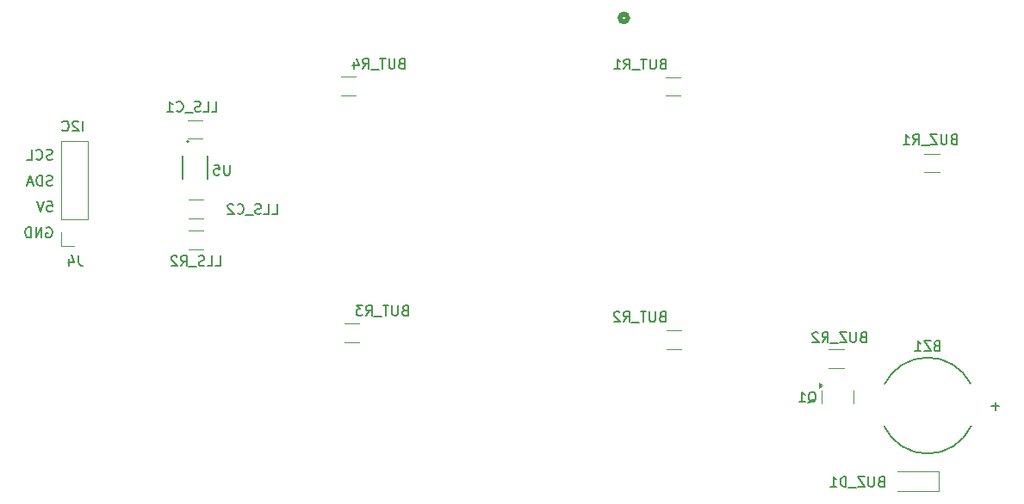
<source format=gbr>
%TF.GenerationSoftware,KiCad,Pcbnew,8.0.6*%
%TF.CreationDate,2025-07-22T18:05:31-04:00*%
%TF.ProjectId,receiver,72656365-6976-4657-922e-6b696361645f,rev?*%
%TF.SameCoordinates,Original*%
%TF.FileFunction,Legend,Bot*%
%TF.FilePolarity,Positive*%
%FSLAX46Y46*%
G04 Gerber Fmt 4.6, Leading zero omitted, Abs format (unit mm)*
G04 Created by KiCad (PCBNEW 8.0.6) date 2025-07-22 18:05:31*
%MOMM*%
%LPD*%
G01*
G04 APERTURE LIST*
%ADD10C,0.153000*%
%ADD11C,0.150000*%
%ADD12C,0.120000*%
%ADD13C,0.127000*%
%ADD14C,0.200000*%
%ADD15C,0.508000*%
G04 APERTURE END LIST*
D10*
X110098491Y-115412725D02*
X109955634Y-115460344D01*
X109955634Y-115460344D02*
X109717539Y-115460344D01*
X109717539Y-115460344D02*
X109622301Y-115412725D01*
X109622301Y-115412725D02*
X109574682Y-115365105D01*
X109574682Y-115365105D02*
X109527063Y-115269867D01*
X109527063Y-115269867D02*
X109527063Y-115174629D01*
X109527063Y-115174629D02*
X109574682Y-115079391D01*
X109574682Y-115079391D02*
X109622301Y-115031772D01*
X109622301Y-115031772D02*
X109717539Y-114984153D01*
X109717539Y-114984153D02*
X109908015Y-114936534D01*
X109908015Y-114936534D02*
X110003253Y-114888915D01*
X110003253Y-114888915D02*
X110050872Y-114841296D01*
X110050872Y-114841296D02*
X110098491Y-114746058D01*
X110098491Y-114746058D02*
X110098491Y-114650820D01*
X110098491Y-114650820D02*
X110050872Y-114555582D01*
X110050872Y-114555582D02*
X110003253Y-114507963D01*
X110003253Y-114507963D02*
X109908015Y-114460344D01*
X109908015Y-114460344D02*
X109669920Y-114460344D01*
X109669920Y-114460344D02*
X109527063Y-114507963D01*
X108527063Y-115365105D02*
X108574682Y-115412725D01*
X108574682Y-115412725D02*
X108717539Y-115460344D01*
X108717539Y-115460344D02*
X108812777Y-115460344D01*
X108812777Y-115460344D02*
X108955634Y-115412725D01*
X108955634Y-115412725D02*
X109050872Y-115317486D01*
X109050872Y-115317486D02*
X109098491Y-115222248D01*
X109098491Y-115222248D02*
X109146110Y-115031772D01*
X109146110Y-115031772D02*
X109146110Y-114888915D01*
X109146110Y-114888915D02*
X109098491Y-114698439D01*
X109098491Y-114698439D02*
X109050872Y-114603201D01*
X109050872Y-114603201D02*
X108955634Y-114507963D01*
X108955634Y-114507963D02*
X108812777Y-114460344D01*
X108812777Y-114460344D02*
X108717539Y-114460344D01*
X108717539Y-114460344D02*
X108574682Y-114507963D01*
X108574682Y-114507963D02*
X108527063Y-114555582D01*
X107622301Y-115460344D02*
X108098491Y-115460344D01*
X108098491Y-115460344D02*
X108098491Y-114460344D01*
X113092738Y-112645530D02*
X113092738Y-111645530D01*
X112664167Y-111740768D02*
X112616548Y-111693149D01*
X112616548Y-111693149D02*
X112521310Y-111645530D01*
X112521310Y-111645530D02*
X112283215Y-111645530D01*
X112283215Y-111645530D02*
X112187977Y-111693149D01*
X112187977Y-111693149D02*
X112140358Y-111740768D01*
X112140358Y-111740768D02*
X112092739Y-111836006D01*
X112092739Y-111836006D02*
X112092739Y-111931244D01*
X112092739Y-111931244D02*
X112140358Y-112074101D01*
X112140358Y-112074101D02*
X112711786Y-112645530D01*
X112711786Y-112645530D02*
X112092739Y-112645530D01*
X111092739Y-112550291D02*
X111140358Y-112597911D01*
X111140358Y-112597911D02*
X111283215Y-112645530D01*
X111283215Y-112645530D02*
X111378453Y-112645530D01*
X111378453Y-112645530D02*
X111521310Y-112597911D01*
X111521310Y-112597911D02*
X111616548Y-112502672D01*
X111616548Y-112502672D02*
X111664167Y-112407434D01*
X111664167Y-112407434D02*
X111711786Y-112216958D01*
X111711786Y-112216958D02*
X111711786Y-112074101D01*
X111711786Y-112074101D02*
X111664167Y-111883625D01*
X111664167Y-111883625D02*
X111616548Y-111788387D01*
X111616548Y-111788387D02*
X111521310Y-111693149D01*
X111521310Y-111693149D02*
X111378453Y-111645530D01*
X111378453Y-111645530D02*
X111283215Y-111645530D01*
X111283215Y-111645530D02*
X111140358Y-111693149D01*
X111140358Y-111693149D02*
X111092739Y-111740768D01*
X109527063Y-122162617D02*
X109622301Y-122114998D01*
X109622301Y-122114998D02*
X109765158Y-122114998D01*
X109765158Y-122114998D02*
X109908015Y-122162617D01*
X109908015Y-122162617D02*
X110003253Y-122257855D01*
X110003253Y-122257855D02*
X110050872Y-122353093D01*
X110050872Y-122353093D02*
X110098491Y-122543569D01*
X110098491Y-122543569D02*
X110098491Y-122686426D01*
X110098491Y-122686426D02*
X110050872Y-122876902D01*
X110050872Y-122876902D02*
X110003253Y-122972140D01*
X110003253Y-122972140D02*
X109908015Y-123067379D01*
X109908015Y-123067379D02*
X109765158Y-123114998D01*
X109765158Y-123114998D02*
X109669920Y-123114998D01*
X109669920Y-123114998D02*
X109527063Y-123067379D01*
X109527063Y-123067379D02*
X109479444Y-123019759D01*
X109479444Y-123019759D02*
X109479444Y-122686426D01*
X109479444Y-122686426D02*
X109669920Y-122686426D01*
X109050872Y-123114998D02*
X109050872Y-122114998D01*
X109050872Y-122114998D02*
X108479444Y-123114998D01*
X108479444Y-123114998D02*
X108479444Y-122114998D01*
X108003253Y-123114998D02*
X108003253Y-122114998D01*
X108003253Y-122114998D02*
X107765158Y-122114998D01*
X107765158Y-122114998D02*
X107622301Y-122162617D01*
X107622301Y-122162617D02*
X107527063Y-122257855D01*
X107527063Y-122257855D02*
X107479444Y-122353093D01*
X107479444Y-122353093D02*
X107431825Y-122543569D01*
X107431825Y-122543569D02*
X107431825Y-122686426D01*
X107431825Y-122686426D02*
X107479444Y-122876902D01*
X107479444Y-122876902D02*
X107527063Y-122972140D01*
X107527063Y-122972140D02*
X107622301Y-123067379D01*
X107622301Y-123067379D02*
X107765158Y-123114998D01*
X107765158Y-123114998D02*
X108003253Y-123114998D01*
X110098491Y-117964276D02*
X109955634Y-118011895D01*
X109955634Y-118011895D02*
X109717539Y-118011895D01*
X109717539Y-118011895D02*
X109622301Y-117964276D01*
X109622301Y-117964276D02*
X109574682Y-117916656D01*
X109574682Y-117916656D02*
X109527063Y-117821418D01*
X109527063Y-117821418D02*
X109527063Y-117726180D01*
X109527063Y-117726180D02*
X109574682Y-117630942D01*
X109574682Y-117630942D02*
X109622301Y-117583323D01*
X109622301Y-117583323D02*
X109717539Y-117535704D01*
X109717539Y-117535704D02*
X109908015Y-117488085D01*
X109908015Y-117488085D02*
X110003253Y-117440466D01*
X110003253Y-117440466D02*
X110050872Y-117392847D01*
X110050872Y-117392847D02*
X110098491Y-117297609D01*
X110098491Y-117297609D02*
X110098491Y-117202371D01*
X110098491Y-117202371D02*
X110050872Y-117107133D01*
X110050872Y-117107133D02*
X110003253Y-117059514D01*
X110003253Y-117059514D02*
X109908015Y-117011895D01*
X109908015Y-117011895D02*
X109669920Y-117011895D01*
X109669920Y-117011895D02*
X109527063Y-117059514D01*
X109098491Y-118011895D02*
X109098491Y-117011895D01*
X109098491Y-117011895D02*
X108860396Y-117011895D01*
X108860396Y-117011895D02*
X108717539Y-117059514D01*
X108717539Y-117059514D02*
X108622301Y-117154752D01*
X108622301Y-117154752D02*
X108574682Y-117249990D01*
X108574682Y-117249990D02*
X108527063Y-117440466D01*
X108527063Y-117440466D02*
X108527063Y-117583323D01*
X108527063Y-117583323D02*
X108574682Y-117773799D01*
X108574682Y-117773799D02*
X108622301Y-117869037D01*
X108622301Y-117869037D02*
X108717539Y-117964276D01*
X108717539Y-117964276D02*
X108860396Y-118011895D01*
X108860396Y-118011895D02*
X109098491Y-118011895D01*
X108146110Y-117726180D02*
X107669920Y-117726180D01*
X108241348Y-118011895D02*
X107908015Y-117011895D01*
X107908015Y-117011895D02*
X107574682Y-118011895D01*
X109574682Y-119563446D02*
X110050872Y-119563446D01*
X110050872Y-119563446D02*
X110098491Y-120039636D01*
X110098491Y-120039636D02*
X110050872Y-119992017D01*
X110050872Y-119992017D02*
X109955634Y-119944398D01*
X109955634Y-119944398D02*
X109717539Y-119944398D01*
X109717539Y-119944398D02*
X109622301Y-119992017D01*
X109622301Y-119992017D02*
X109574682Y-120039636D01*
X109574682Y-120039636D02*
X109527063Y-120134874D01*
X109527063Y-120134874D02*
X109527063Y-120372969D01*
X109527063Y-120372969D02*
X109574682Y-120468207D01*
X109574682Y-120468207D02*
X109622301Y-120515827D01*
X109622301Y-120515827D02*
X109717539Y-120563446D01*
X109717539Y-120563446D02*
X109955634Y-120563446D01*
X109955634Y-120563446D02*
X110050872Y-120515827D01*
X110050872Y-120515827D02*
X110098491Y-120468207D01*
X109241348Y-119563446D02*
X108908015Y-120563446D01*
X108908015Y-120563446D02*
X108574682Y-119563446D01*
X189782905Y-132898108D02*
X189640048Y-132945727D01*
X189640048Y-132945727D02*
X189592429Y-132993346D01*
X189592429Y-132993346D02*
X189544810Y-133088584D01*
X189544810Y-133088584D02*
X189544810Y-133231441D01*
X189544810Y-133231441D02*
X189592429Y-133326679D01*
X189592429Y-133326679D02*
X189640048Y-133374299D01*
X189640048Y-133374299D02*
X189735286Y-133421918D01*
X189735286Y-133421918D02*
X190116238Y-133421918D01*
X190116238Y-133421918D02*
X190116238Y-132421918D01*
X190116238Y-132421918D02*
X189782905Y-132421918D01*
X189782905Y-132421918D02*
X189687667Y-132469537D01*
X189687667Y-132469537D02*
X189640048Y-132517156D01*
X189640048Y-132517156D02*
X189592429Y-132612394D01*
X189592429Y-132612394D02*
X189592429Y-132707632D01*
X189592429Y-132707632D02*
X189640048Y-132802870D01*
X189640048Y-132802870D02*
X189687667Y-132850489D01*
X189687667Y-132850489D02*
X189782905Y-132898108D01*
X189782905Y-132898108D02*
X190116238Y-132898108D01*
X189116238Y-132421918D02*
X189116238Y-133231441D01*
X189116238Y-133231441D02*
X189068619Y-133326679D01*
X189068619Y-133326679D02*
X189021000Y-133374299D01*
X189021000Y-133374299D02*
X188925762Y-133421918D01*
X188925762Y-133421918D02*
X188735286Y-133421918D01*
X188735286Y-133421918D02*
X188640048Y-133374299D01*
X188640048Y-133374299D02*
X188592429Y-133326679D01*
X188592429Y-133326679D02*
X188544810Y-133231441D01*
X188544810Y-133231441D02*
X188544810Y-132421918D01*
X188163857Y-132421918D02*
X187497191Y-132421918D01*
X187497191Y-132421918D02*
X188163857Y-133421918D01*
X188163857Y-133421918D02*
X187497191Y-133421918D01*
X187354334Y-133517156D02*
X186592429Y-133517156D01*
X185782905Y-133421918D02*
X186116238Y-132945727D01*
X186354333Y-133421918D02*
X186354333Y-132421918D01*
X186354333Y-132421918D02*
X185973381Y-132421918D01*
X185973381Y-132421918D02*
X185878143Y-132469537D01*
X185878143Y-132469537D02*
X185830524Y-132517156D01*
X185830524Y-132517156D02*
X185782905Y-132612394D01*
X185782905Y-132612394D02*
X185782905Y-132755251D01*
X185782905Y-132755251D02*
X185830524Y-132850489D01*
X185830524Y-132850489D02*
X185878143Y-132898108D01*
X185878143Y-132898108D02*
X185973381Y-132945727D01*
X185973381Y-132945727D02*
X186354333Y-132945727D01*
X185401952Y-132517156D02*
X185354333Y-132469537D01*
X185354333Y-132469537D02*
X185259095Y-132421918D01*
X185259095Y-132421918D02*
X185021000Y-132421918D01*
X185021000Y-132421918D02*
X184925762Y-132469537D01*
X184925762Y-132469537D02*
X184878143Y-132517156D01*
X184878143Y-132517156D02*
X184830524Y-132612394D01*
X184830524Y-132612394D02*
X184830524Y-132707632D01*
X184830524Y-132707632D02*
X184878143Y-132850489D01*
X184878143Y-132850489D02*
X185449571Y-133421918D01*
X185449571Y-133421918D02*
X184830524Y-133421918D01*
X184415784Y-139404544D02*
X184511022Y-139356925D01*
X184511022Y-139356925D02*
X184606260Y-139261687D01*
X184606260Y-139261687D02*
X184749117Y-139118829D01*
X184749117Y-139118829D02*
X184844355Y-139071210D01*
X184844355Y-139071210D02*
X184939593Y-139071210D01*
X184891974Y-139309306D02*
X184987212Y-139261687D01*
X184987212Y-139261687D02*
X185082450Y-139166448D01*
X185082450Y-139166448D02*
X185130069Y-138975972D01*
X185130069Y-138975972D02*
X185130069Y-138642639D01*
X185130069Y-138642639D02*
X185082450Y-138452163D01*
X185082450Y-138452163D02*
X184987212Y-138356925D01*
X184987212Y-138356925D02*
X184891974Y-138309306D01*
X184891974Y-138309306D02*
X184701498Y-138309306D01*
X184701498Y-138309306D02*
X184606260Y-138356925D01*
X184606260Y-138356925D02*
X184511022Y-138452163D01*
X184511022Y-138452163D02*
X184463403Y-138642639D01*
X184463403Y-138642639D02*
X184463403Y-138975972D01*
X184463403Y-138975972D02*
X184511022Y-139166448D01*
X184511022Y-139166448D02*
X184606260Y-139261687D01*
X184606260Y-139261687D02*
X184701498Y-139309306D01*
X184701498Y-139309306D02*
X184891974Y-139309306D01*
X183511022Y-139309306D02*
X184082450Y-139309306D01*
X183796736Y-139309306D02*
X183796736Y-138309306D01*
X183796736Y-138309306D02*
X183891974Y-138452163D01*
X183891974Y-138452163D02*
X183987212Y-138547401D01*
X183987212Y-138547401D02*
X184082450Y-138595020D01*
X191560393Y-147129685D02*
X191417536Y-147177304D01*
X191417536Y-147177304D02*
X191369917Y-147224923D01*
X191369917Y-147224923D02*
X191322298Y-147320161D01*
X191322298Y-147320161D02*
X191322298Y-147463018D01*
X191322298Y-147463018D02*
X191369917Y-147558256D01*
X191369917Y-147558256D02*
X191417536Y-147605876D01*
X191417536Y-147605876D02*
X191512774Y-147653495D01*
X191512774Y-147653495D02*
X191893726Y-147653495D01*
X191893726Y-147653495D02*
X191893726Y-146653495D01*
X191893726Y-146653495D02*
X191560393Y-146653495D01*
X191560393Y-146653495D02*
X191465155Y-146701114D01*
X191465155Y-146701114D02*
X191417536Y-146748733D01*
X191417536Y-146748733D02*
X191369917Y-146843971D01*
X191369917Y-146843971D02*
X191369917Y-146939209D01*
X191369917Y-146939209D02*
X191417536Y-147034447D01*
X191417536Y-147034447D02*
X191465155Y-147082066D01*
X191465155Y-147082066D02*
X191560393Y-147129685D01*
X191560393Y-147129685D02*
X191893726Y-147129685D01*
X190893726Y-146653495D02*
X190893726Y-147463018D01*
X190893726Y-147463018D02*
X190846107Y-147558256D01*
X190846107Y-147558256D02*
X190798488Y-147605876D01*
X190798488Y-147605876D02*
X190703250Y-147653495D01*
X190703250Y-147653495D02*
X190512774Y-147653495D01*
X190512774Y-147653495D02*
X190417536Y-147605876D01*
X190417536Y-147605876D02*
X190369917Y-147558256D01*
X190369917Y-147558256D02*
X190322298Y-147463018D01*
X190322298Y-147463018D02*
X190322298Y-146653495D01*
X189941345Y-146653495D02*
X189274679Y-146653495D01*
X189274679Y-146653495D02*
X189941345Y-147653495D01*
X189941345Y-147653495D02*
X189274679Y-147653495D01*
X189131822Y-147748733D02*
X188369917Y-147748733D01*
X188131821Y-147653495D02*
X188131821Y-146653495D01*
X188131821Y-146653495D02*
X187893726Y-146653495D01*
X187893726Y-146653495D02*
X187750869Y-146701114D01*
X187750869Y-146701114D02*
X187655631Y-146796352D01*
X187655631Y-146796352D02*
X187608012Y-146891590D01*
X187608012Y-146891590D02*
X187560393Y-147082066D01*
X187560393Y-147082066D02*
X187560393Y-147224923D01*
X187560393Y-147224923D02*
X187608012Y-147415399D01*
X187608012Y-147415399D02*
X187655631Y-147510637D01*
X187655631Y-147510637D02*
X187750869Y-147605876D01*
X187750869Y-147605876D02*
X187893726Y-147653495D01*
X187893726Y-147653495D02*
X188131821Y-147653495D01*
X186608012Y-147653495D02*
X187179440Y-147653495D01*
X186893726Y-147653495D02*
X186893726Y-146653495D01*
X186893726Y-146653495D02*
X186988964Y-146796352D01*
X186988964Y-146796352D02*
X187084202Y-146891590D01*
X187084202Y-146891590D02*
X187179440Y-146939209D01*
D11*
X112661764Y-124876686D02*
X112661764Y-125590971D01*
X112661764Y-125590971D02*
X112709383Y-125733828D01*
X112709383Y-125733828D02*
X112804621Y-125829067D01*
X112804621Y-125829067D02*
X112947478Y-125876686D01*
X112947478Y-125876686D02*
X113042716Y-125876686D01*
X111757002Y-125210019D02*
X111757002Y-125876686D01*
X111995097Y-124829067D02*
X112233192Y-125543352D01*
X112233192Y-125543352D02*
X111614145Y-125543352D01*
D10*
X170052367Y-130889497D02*
X169909510Y-130937116D01*
X169909510Y-130937116D02*
X169861891Y-130984735D01*
X169861891Y-130984735D02*
X169814272Y-131079973D01*
X169814272Y-131079973D02*
X169814272Y-131222830D01*
X169814272Y-131222830D02*
X169861891Y-131318068D01*
X169861891Y-131318068D02*
X169909510Y-131365688D01*
X169909510Y-131365688D02*
X170004748Y-131413307D01*
X170004748Y-131413307D02*
X170385700Y-131413307D01*
X170385700Y-131413307D02*
X170385700Y-130413307D01*
X170385700Y-130413307D02*
X170052367Y-130413307D01*
X170052367Y-130413307D02*
X169957129Y-130460926D01*
X169957129Y-130460926D02*
X169909510Y-130508545D01*
X169909510Y-130508545D02*
X169861891Y-130603783D01*
X169861891Y-130603783D02*
X169861891Y-130699021D01*
X169861891Y-130699021D02*
X169909510Y-130794259D01*
X169909510Y-130794259D02*
X169957129Y-130841878D01*
X169957129Y-130841878D02*
X170052367Y-130889497D01*
X170052367Y-130889497D02*
X170385700Y-130889497D01*
X169385700Y-130413307D02*
X169385700Y-131222830D01*
X169385700Y-131222830D02*
X169338081Y-131318068D01*
X169338081Y-131318068D02*
X169290462Y-131365688D01*
X169290462Y-131365688D02*
X169195224Y-131413307D01*
X169195224Y-131413307D02*
X169004748Y-131413307D01*
X169004748Y-131413307D02*
X168909510Y-131365688D01*
X168909510Y-131365688D02*
X168861891Y-131318068D01*
X168861891Y-131318068D02*
X168814272Y-131222830D01*
X168814272Y-131222830D02*
X168814272Y-130413307D01*
X168480938Y-130413307D02*
X167909510Y-130413307D01*
X168195224Y-131413307D02*
X168195224Y-130413307D01*
X167814272Y-131508545D02*
X167052367Y-131508545D01*
X166242843Y-131413307D02*
X166576176Y-130937116D01*
X166814271Y-131413307D02*
X166814271Y-130413307D01*
X166814271Y-130413307D02*
X166433319Y-130413307D01*
X166433319Y-130413307D02*
X166338081Y-130460926D01*
X166338081Y-130460926D02*
X166290462Y-130508545D01*
X166290462Y-130508545D02*
X166242843Y-130603783D01*
X166242843Y-130603783D02*
X166242843Y-130746640D01*
X166242843Y-130746640D02*
X166290462Y-130841878D01*
X166290462Y-130841878D02*
X166338081Y-130889497D01*
X166338081Y-130889497D02*
X166433319Y-130937116D01*
X166433319Y-130937116D02*
X166814271Y-130937116D01*
X165861890Y-130508545D02*
X165814271Y-130460926D01*
X165814271Y-130460926D02*
X165719033Y-130413307D01*
X165719033Y-130413307D02*
X165480938Y-130413307D01*
X165480938Y-130413307D02*
X165385700Y-130460926D01*
X165385700Y-130460926D02*
X165338081Y-130508545D01*
X165338081Y-130508545D02*
X165290462Y-130603783D01*
X165290462Y-130603783D02*
X165290462Y-130699021D01*
X165290462Y-130699021D02*
X165338081Y-130841878D01*
X165338081Y-130841878D02*
X165909509Y-131413307D01*
X165909509Y-131413307D02*
X165290462Y-131413307D01*
D11*
X126149952Y-125918134D02*
X126626142Y-125918134D01*
X126626142Y-125918134D02*
X126626142Y-124918134D01*
X125340428Y-125918134D02*
X125816618Y-125918134D01*
X125816618Y-125918134D02*
X125816618Y-124918134D01*
X125054713Y-125870515D02*
X124911856Y-125918134D01*
X124911856Y-125918134D02*
X124673761Y-125918134D01*
X124673761Y-125918134D02*
X124578523Y-125870515D01*
X124578523Y-125870515D02*
X124530904Y-125822895D01*
X124530904Y-125822895D02*
X124483285Y-125727657D01*
X124483285Y-125727657D02*
X124483285Y-125632419D01*
X124483285Y-125632419D02*
X124530904Y-125537181D01*
X124530904Y-125537181D02*
X124578523Y-125489562D01*
X124578523Y-125489562D02*
X124673761Y-125441943D01*
X124673761Y-125441943D02*
X124864237Y-125394324D01*
X124864237Y-125394324D02*
X124959475Y-125346705D01*
X124959475Y-125346705D02*
X125007094Y-125299086D01*
X125007094Y-125299086D02*
X125054713Y-125203848D01*
X125054713Y-125203848D02*
X125054713Y-125108610D01*
X125054713Y-125108610D02*
X125007094Y-125013372D01*
X125007094Y-125013372D02*
X124959475Y-124965753D01*
X124959475Y-124965753D02*
X124864237Y-124918134D01*
X124864237Y-124918134D02*
X124626142Y-124918134D01*
X124626142Y-124918134D02*
X124483285Y-124965753D01*
X124292809Y-126013372D02*
X123530904Y-126013372D01*
X122721380Y-125918134D02*
X123054713Y-125441943D01*
X123292808Y-125918134D02*
X123292808Y-124918134D01*
X123292808Y-124918134D02*
X122911856Y-124918134D01*
X122911856Y-124918134D02*
X122816618Y-124965753D01*
X122816618Y-124965753D02*
X122768999Y-125013372D01*
X122768999Y-125013372D02*
X122721380Y-125108610D01*
X122721380Y-125108610D02*
X122721380Y-125251467D01*
X122721380Y-125251467D02*
X122768999Y-125346705D01*
X122768999Y-125346705D02*
X122816618Y-125394324D01*
X122816618Y-125394324D02*
X122911856Y-125441943D01*
X122911856Y-125441943D02*
X123292808Y-125441943D01*
X122340427Y-125013372D02*
X122292808Y-124965753D01*
X122292808Y-124965753D02*
X122197570Y-124918134D01*
X122197570Y-124918134D02*
X121959475Y-124918134D01*
X121959475Y-124918134D02*
X121864237Y-124965753D01*
X121864237Y-124965753D02*
X121816618Y-125013372D01*
X121816618Y-125013372D02*
X121768999Y-125108610D01*
X121768999Y-125108610D02*
X121768999Y-125203848D01*
X121768999Y-125203848D02*
X121816618Y-125346705D01*
X121816618Y-125346705D02*
X122388046Y-125918134D01*
X122388046Y-125918134D02*
X121768999Y-125918134D01*
X131711973Y-120808835D02*
X132188163Y-120808835D01*
X132188163Y-120808835D02*
X132188163Y-119808835D01*
X130902449Y-120808835D02*
X131378639Y-120808835D01*
X131378639Y-120808835D02*
X131378639Y-119808835D01*
X130616734Y-120761216D02*
X130473877Y-120808835D01*
X130473877Y-120808835D02*
X130235782Y-120808835D01*
X130235782Y-120808835D02*
X130140544Y-120761216D01*
X130140544Y-120761216D02*
X130092925Y-120713596D01*
X130092925Y-120713596D02*
X130045306Y-120618358D01*
X130045306Y-120618358D02*
X130045306Y-120523120D01*
X130045306Y-120523120D02*
X130092925Y-120427882D01*
X130092925Y-120427882D02*
X130140544Y-120380263D01*
X130140544Y-120380263D02*
X130235782Y-120332644D01*
X130235782Y-120332644D02*
X130426258Y-120285025D01*
X130426258Y-120285025D02*
X130521496Y-120237406D01*
X130521496Y-120237406D02*
X130569115Y-120189787D01*
X130569115Y-120189787D02*
X130616734Y-120094549D01*
X130616734Y-120094549D02*
X130616734Y-119999311D01*
X130616734Y-119999311D02*
X130569115Y-119904073D01*
X130569115Y-119904073D02*
X130521496Y-119856454D01*
X130521496Y-119856454D02*
X130426258Y-119808835D01*
X130426258Y-119808835D02*
X130188163Y-119808835D01*
X130188163Y-119808835D02*
X130045306Y-119856454D01*
X129854830Y-120904073D02*
X129092925Y-120904073D01*
X128283401Y-120713596D02*
X128331020Y-120761216D01*
X128331020Y-120761216D02*
X128473877Y-120808835D01*
X128473877Y-120808835D02*
X128569115Y-120808835D01*
X128569115Y-120808835D02*
X128711972Y-120761216D01*
X128711972Y-120761216D02*
X128807210Y-120665977D01*
X128807210Y-120665977D02*
X128854829Y-120570739D01*
X128854829Y-120570739D02*
X128902448Y-120380263D01*
X128902448Y-120380263D02*
X128902448Y-120237406D01*
X128902448Y-120237406D02*
X128854829Y-120046930D01*
X128854829Y-120046930D02*
X128807210Y-119951692D01*
X128807210Y-119951692D02*
X128711972Y-119856454D01*
X128711972Y-119856454D02*
X128569115Y-119808835D01*
X128569115Y-119808835D02*
X128473877Y-119808835D01*
X128473877Y-119808835D02*
X128331020Y-119856454D01*
X128331020Y-119856454D02*
X128283401Y-119904073D01*
X127902448Y-119904073D02*
X127854829Y-119856454D01*
X127854829Y-119856454D02*
X127759591Y-119808835D01*
X127759591Y-119808835D02*
X127521496Y-119808835D01*
X127521496Y-119808835D02*
X127426258Y-119856454D01*
X127426258Y-119856454D02*
X127378639Y-119904073D01*
X127378639Y-119904073D02*
X127331020Y-119999311D01*
X127331020Y-119999311D02*
X127331020Y-120094549D01*
X127331020Y-120094549D02*
X127378639Y-120237406D01*
X127378639Y-120237406D02*
X127950067Y-120808835D01*
X127950067Y-120808835D02*
X127331020Y-120808835D01*
D10*
X198710304Y-113442906D02*
X198567447Y-113490525D01*
X198567447Y-113490525D02*
X198519828Y-113538144D01*
X198519828Y-113538144D02*
X198472209Y-113633382D01*
X198472209Y-113633382D02*
X198472209Y-113776239D01*
X198472209Y-113776239D02*
X198519828Y-113871477D01*
X198519828Y-113871477D02*
X198567447Y-113919097D01*
X198567447Y-113919097D02*
X198662685Y-113966716D01*
X198662685Y-113966716D02*
X199043637Y-113966716D01*
X199043637Y-113966716D02*
X199043637Y-112966716D01*
X199043637Y-112966716D02*
X198710304Y-112966716D01*
X198710304Y-112966716D02*
X198615066Y-113014335D01*
X198615066Y-113014335D02*
X198567447Y-113061954D01*
X198567447Y-113061954D02*
X198519828Y-113157192D01*
X198519828Y-113157192D02*
X198519828Y-113252430D01*
X198519828Y-113252430D02*
X198567447Y-113347668D01*
X198567447Y-113347668D02*
X198615066Y-113395287D01*
X198615066Y-113395287D02*
X198710304Y-113442906D01*
X198710304Y-113442906D02*
X199043637Y-113442906D01*
X198043637Y-112966716D02*
X198043637Y-113776239D01*
X198043637Y-113776239D02*
X197996018Y-113871477D01*
X197996018Y-113871477D02*
X197948399Y-113919097D01*
X197948399Y-113919097D02*
X197853161Y-113966716D01*
X197853161Y-113966716D02*
X197662685Y-113966716D01*
X197662685Y-113966716D02*
X197567447Y-113919097D01*
X197567447Y-113919097D02*
X197519828Y-113871477D01*
X197519828Y-113871477D02*
X197472209Y-113776239D01*
X197472209Y-113776239D02*
X197472209Y-112966716D01*
X197091256Y-112966716D02*
X196424590Y-112966716D01*
X196424590Y-112966716D02*
X197091256Y-113966716D01*
X197091256Y-113966716D02*
X196424590Y-113966716D01*
X196281733Y-114061954D02*
X195519828Y-114061954D01*
X194710304Y-113966716D02*
X195043637Y-113490525D01*
X195281732Y-113966716D02*
X195281732Y-112966716D01*
X195281732Y-112966716D02*
X194900780Y-112966716D01*
X194900780Y-112966716D02*
X194805542Y-113014335D01*
X194805542Y-113014335D02*
X194757923Y-113061954D01*
X194757923Y-113061954D02*
X194710304Y-113157192D01*
X194710304Y-113157192D02*
X194710304Y-113300049D01*
X194710304Y-113300049D02*
X194757923Y-113395287D01*
X194757923Y-113395287D02*
X194805542Y-113442906D01*
X194805542Y-113442906D02*
X194900780Y-113490525D01*
X194900780Y-113490525D02*
X195281732Y-113490525D01*
X193757923Y-113966716D02*
X194329351Y-113966716D01*
X194043637Y-113966716D02*
X194043637Y-112966716D01*
X194043637Y-112966716D02*
X194138875Y-113109573D01*
X194138875Y-113109573D02*
X194234113Y-113204811D01*
X194234113Y-113204811D02*
X194329351Y-113252430D01*
D11*
X127549605Y-115969010D02*
X127549605Y-116778533D01*
X127549605Y-116778533D02*
X127501986Y-116873771D01*
X127501986Y-116873771D02*
X127454367Y-116921391D01*
X127454367Y-116921391D02*
X127359129Y-116969010D01*
X127359129Y-116969010D02*
X127168653Y-116969010D01*
X127168653Y-116969010D02*
X127073415Y-116921391D01*
X127073415Y-116921391D02*
X127025796Y-116873771D01*
X127025796Y-116873771D02*
X126978177Y-116778533D01*
X126978177Y-116778533D02*
X126978177Y-115969010D01*
X126025796Y-115969010D02*
X126501986Y-115969010D01*
X126501986Y-115969010D02*
X126549605Y-116445200D01*
X126549605Y-116445200D02*
X126501986Y-116397581D01*
X126501986Y-116397581D02*
X126406748Y-116349962D01*
X126406748Y-116349962D02*
X126168653Y-116349962D01*
X126168653Y-116349962D02*
X126073415Y-116397581D01*
X126073415Y-116397581D02*
X126025796Y-116445200D01*
X126025796Y-116445200D02*
X125978177Y-116540438D01*
X125978177Y-116540438D02*
X125978177Y-116778533D01*
X125978177Y-116778533D02*
X126025796Y-116873771D01*
X126025796Y-116873771D02*
X126073415Y-116921391D01*
X126073415Y-116921391D02*
X126168653Y-116969010D01*
X126168653Y-116969010D02*
X126406748Y-116969010D01*
X126406748Y-116969010D02*
X126501986Y-116921391D01*
X126501986Y-116921391D02*
X126549605Y-116873771D01*
D10*
X144426824Y-105978371D02*
X144283967Y-106025990D01*
X144283967Y-106025990D02*
X144236348Y-106073609D01*
X144236348Y-106073609D02*
X144188729Y-106168847D01*
X144188729Y-106168847D02*
X144188729Y-106311704D01*
X144188729Y-106311704D02*
X144236348Y-106406942D01*
X144236348Y-106406942D02*
X144283967Y-106454562D01*
X144283967Y-106454562D02*
X144379205Y-106502181D01*
X144379205Y-106502181D02*
X144760157Y-106502181D01*
X144760157Y-106502181D02*
X144760157Y-105502181D01*
X144760157Y-105502181D02*
X144426824Y-105502181D01*
X144426824Y-105502181D02*
X144331586Y-105549800D01*
X144331586Y-105549800D02*
X144283967Y-105597419D01*
X144283967Y-105597419D02*
X144236348Y-105692657D01*
X144236348Y-105692657D02*
X144236348Y-105787895D01*
X144236348Y-105787895D02*
X144283967Y-105883133D01*
X144283967Y-105883133D02*
X144331586Y-105930752D01*
X144331586Y-105930752D02*
X144426824Y-105978371D01*
X144426824Y-105978371D02*
X144760157Y-105978371D01*
X143760157Y-105502181D02*
X143760157Y-106311704D01*
X143760157Y-106311704D02*
X143712538Y-106406942D01*
X143712538Y-106406942D02*
X143664919Y-106454562D01*
X143664919Y-106454562D02*
X143569681Y-106502181D01*
X143569681Y-106502181D02*
X143379205Y-106502181D01*
X143379205Y-106502181D02*
X143283967Y-106454562D01*
X143283967Y-106454562D02*
X143236348Y-106406942D01*
X143236348Y-106406942D02*
X143188729Y-106311704D01*
X143188729Y-106311704D02*
X143188729Y-105502181D01*
X142855395Y-105502181D02*
X142283967Y-105502181D01*
X142569681Y-106502181D02*
X142569681Y-105502181D01*
X142188729Y-106597419D02*
X141426824Y-106597419D01*
X140617300Y-106502181D02*
X140950633Y-106025990D01*
X141188728Y-106502181D02*
X141188728Y-105502181D01*
X141188728Y-105502181D02*
X140807776Y-105502181D01*
X140807776Y-105502181D02*
X140712538Y-105549800D01*
X140712538Y-105549800D02*
X140664919Y-105597419D01*
X140664919Y-105597419D02*
X140617300Y-105692657D01*
X140617300Y-105692657D02*
X140617300Y-105835514D01*
X140617300Y-105835514D02*
X140664919Y-105930752D01*
X140664919Y-105930752D02*
X140712538Y-105978371D01*
X140712538Y-105978371D02*
X140807776Y-106025990D01*
X140807776Y-106025990D02*
X141188728Y-106025990D01*
X139760157Y-105835514D02*
X139760157Y-106502181D01*
X139998252Y-105454562D02*
X140236347Y-106168847D01*
X140236347Y-106168847D02*
X139617300Y-106168847D01*
X170100873Y-106019392D02*
X169958016Y-106067011D01*
X169958016Y-106067011D02*
X169910397Y-106114630D01*
X169910397Y-106114630D02*
X169862778Y-106209868D01*
X169862778Y-106209868D02*
X169862778Y-106352725D01*
X169862778Y-106352725D02*
X169910397Y-106447963D01*
X169910397Y-106447963D02*
X169958016Y-106495583D01*
X169958016Y-106495583D02*
X170053254Y-106543202D01*
X170053254Y-106543202D02*
X170434206Y-106543202D01*
X170434206Y-106543202D02*
X170434206Y-105543202D01*
X170434206Y-105543202D02*
X170100873Y-105543202D01*
X170100873Y-105543202D02*
X170005635Y-105590821D01*
X170005635Y-105590821D02*
X169958016Y-105638440D01*
X169958016Y-105638440D02*
X169910397Y-105733678D01*
X169910397Y-105733678D02*
X169910397Y-105828916D01*
X169910397Y-105828916D02*
X169958016Y-105924154D01*
X169958016Y-105924154D02*
X170005635Y-105971773D01*
X170005635Y-105971773D02*
X170100873Y-106019392D01*
X170100873Y-106019392D02*
X170434206Y-106019392D01*
X169434206Y-105543202D02*
X169434206Y-106352725D01*
X169434206Y-106352725D02*
X169386587Y-106447963D01*
X169386587Y-106447963D02*
X169338968Y-106495583D01*
X169338968Y-106495583D02*
X169243730Y-106543202D01*
X169243730Y-106543202D02*
X169053254Y-106543202D01*
X169053254Y-106543202D02*
X168958016Y-106495583D01*
X168958016Y-106495583D02*
X168910397Y-106447963D01*
X168910397Y-106447963D02*
X168862778Y-106352725D01*
X168862778Y-106352725D02*
X168862778Y-105543202D01*
X168529444Y-105543202D02*
X167958016Y-105543202D01*
X168243730Y-106543202D02*
X168243730Y-105543202D01*
X167862778Y-106638440D02*
X167100873Y-106638440D01*
X166291349Y-106543202D02*
X166624682Y-106067011D01*
X166862777Y-106543202D02*
X166862777Y-105543202D01*
X166862777Y-105543202D02*
X166481825Y-105543202D01*
X166481825Y-105543202D02*
X166386587Y-105590821D01*
X166386587Y-105590821D02*
X166338968Y-105638440D01*
X166338968Y-105638440D02*
X166291349Y-105733678D01*
X166291349Y-105733678D02*
X166291349Y-105876535D01*
X166291349Y-105876535D02*
X166338968Y-105971773D01*
X166338968Y-105971773D02*
X166386587Y-106019392D01*
X166386587Y-106019392D02*
X166481825Y-106067011D01*
X166481825Y-106067011D02*
X166862777Y-106067011D01*
X165338968Y-106543202D02*
X165910396Y-106543202D01*
X165624682Y-106543202D02*
X165624682Y-105543202D01*
X165624682Y-105543202D02*
X165719920Y-105686059D01*
X165719920Y-105686059D02*
X165815158Y-105781297D01*
X165815158Y-105781297D02*
X165910396Y-105828916D01*
D11*
X125761904Y-110719587D02*
X126238094Y-110719587D01*
X126238094Y-110719587D02*
X126238094Y-109719587D01*
X124952380Y-110719587D02*
X125428570Y-110719587D01*
X125428570Y-110719587D02*
X125428570Y-109719587D01*
X124666665Y-110671968D02*
X124523808Y-110719587D01*
X124523808Y-110719587D02*
X124285713Y-110719587D01*
X124285713Y-110719587D02*
X124190475Y-110671968D01*
X124190475Y-110671968D02*
X124142856Y-110624348D01*
X124142856Y-110624348D02*
X124095237Y-110529110D01*
X124095237Y-110529110D02*
X124095237Y-110433872D01*
X124095237Y-110433872D02*
X124142856Y-110338634D01*
X124142856Y-110338634D02*
X124190475Y-110291015D01*
X124190475Y-110291015D02*
X124285713Y-110243396D01*
X124285713Y-110243396D02*
X124476189Y-110195777D01*
X124476189Y-110195777D02*
X124571427Y-110148158D01*
X124571427Y-110148158D02*
X124619046Y-110100539D01*
X124619046Y-110100539D02*
X124666665Y-110005301D01*
X124666665Y-110005301D02*
X124666665Y-109910063D01*
X124666665Y-109910063D02*
X124619046Y-109814825D01*
X124619046Y-109814825D02*
X124571427Y-109767206D01*
X124571427Y-109767206D02*
X124476189Y-109719587D01*
X124476189Y-109719587D02*
X124238094Y-109719587D01*
X124238094Y-109719587D02*
X124095237Y-109767206D01*
X123904761Y-110814825D02*
X123142856Y-110814825D01*
X122333332Y-110624348D02*
X122380951Y-110671968D01*
X122380951Y-110671968D02*
X122523808Y-110719587D01*
X122523808Y-110719587D02*
X122619046Y-110719587D01*
X122619046Y-110719587D02*
X122761903Y-110671968D01*
X122761903Y-110671968D02*
X122857141Y-110576729D01*
X122857141Y-110576729D02*
X122904760Y-110481491D01*
X122904760Y-110481491D02*
X122952379Y-110291015D01*
X122952379Y-110291015D02*
X122952379Y-110148158D01*
X122952379Y-110148158D02*
X122904760Y-109957682D01*
X122904760Y-109957682D02*
X122857141Y-109862444D01*
X122857141Y-109862444D02*
X122761903Y-109767206D01*
X122761903Y-109767206D02*
X122619046Y-109719587D01*
X122619046Y-109719587D02*
X122523808Y-109719587D01*
X122523808Y-109719587D02*
X122380951Y-109767206D01*
X122380951Y-109767206D02*
X122333332Y-109814825D01*
X121380951Y-110719587D02*
X121952379Y-110719587D01*
X121666665Y-110719587D02*
X121666665Y-109719587D01*
X121666665Y-109719587D02*
X121761903Y-109862444D01*
X121761903Y-109862444D02*
X121857141Y-109957682D01*
X121857141Y-109957682D02*
X121952379Y-110005301D01*
X144741215Y-130269255D02*
X144598358Y-130316874D01*
X144598358Y-130316874D02*
X144550739Y-130364493D01*
X144550739Y-130364493D02*
X144503120Y-130459731D01*
X144503120Y-130459731D02*
X144503120Y-130602588D01*
X144503120Y-130602588D02*
X144550739Y-130697826D01*
X144550739Y-130697826D02*
X144598358Y-130745446D01*
X144598358Y-130745446D02*
X144693596Y-130793065D01*
X144693596Y-130793065D02*
X145074548Y-130793065D01*
X145074548Y-130793065D02*
X145074548Y-129793065D01*
X145074548Y-129793065D02*
X144741215Y-129793065D01*
X144741215Y-129793065D02*
X144645977Y-129840684D01*
X144645977Y-129840684D02*
X144598358Y-129888303D01*
X144598358Y-129888303D02*
X144550739Y-129983541D01*
X144550739Y-129983541D02*
X144550739Y-130078779D01*
X144550739Y-130078779D02*
X144598358Y-130174017D01*
X144598358Y-130174017D02*
X144645977Y-130221636D01*
X144645977Y-130221636D02*
X144741215Y-130269255D01*
X144741215Y-130269255D02*
X145074548Y-130269255D01*
X144074548Y-129793065D02*
X144074548Y-130602588D01*
X144074548Y-130602588D02*
X144026929Y-130697826D01*
X144026929Y-130697826D02*
X143979310Y-130745446D01*
X143979310Y-130745446D02*
X143884072Y-130793065D01*
X143884072Y-130793065D02*
X143693596Y-130793065D01*
X143693596Y-130793065D02*
X143598358Y-130745446D01*
X143598358Y-130745446D02*
X143550739Y-130697826D01*
X143550739Y-130697826D02*
X143503120Y-130602588D01*
X143503120Y-130602588D02*
X143503120Y-129793065D01*
X143169786Y-129793065D02*
X142598358Y-129793065D01*
X142884072Y-130793065D02*
X142884072Y-129793065D01*
X142503120Y-130888303D02*
X141741215Y-130888303D01*
X140931691Y-130793065D02*
X141265024Y-130316874D01*
X141503119Y-130793065D02*
X141503119Y-129793065D01*
X141503119Y-129793065D02*
X141122167Y-129793065D01*
X141122167Y-129793065D02*
X141026929Y-129840684D01*
X141026929Y-129840684D02*
X140979310Y-129888303D01*
X140979310Y-129888303D02*
X140931691Y-129983541D01*
X140931691Y-129983541D02*
X140931691Y-130126398D01*
X140931691Y-130126398D02*
X140979310Y-130221636D01*
X140979310Y-130221636D02*
X141026929Y-130269255D01*
X141026929Y-130269255D02*
X141122167Y-130316874D01*
X141122167Y-130316874D02*
X141503119Y-130316874D01*
X140598357Y-129793065D02*
X139979310Y-129793065D01*
X139979310Y-129793065D02*
X140312643Y-130174017D01*
X140312643Y-130174017D02*
X140169786Y-130174017D01*
X140169786Y-130174017D02*
X140074548Y-130221636D01*
X140074548Y-130221636D02*
X140026929Y-130269255D01*
X140026929Y-130269255D02*
X139979310Y-130364493D01*
X139979310Y-130364493D02*
X139979310Y-130602588D01*
X139979310Y-130602588D02*
X140026929Y-130697826D01*
X140026929Y-130697826D02*
X140074548Y-130745446D01*
X140074548Y-130745446D02*
X140169786Y-130793065D01*
X140169786Y-130793065D02*
X140455500Y-130793065D01*
X140455500Y-130793065D02*
X140550738Y-130745446D01*
X140550738Y-130745446D02*
X140598357Y-130697826D01*
D10*
X197032553Y-133772760D02*
X196889696Y-133820379D01*
X196889696Y-133820379D02*
X196842077Y-133867998D01*
X196842077Y-133867998D02*
X196794458Y-133963236D01*
X196794458Y-133963236D02*
X196794458Y-134106093D01*
X196794458Y-134106093D02*
X196842077Y-134201331D01*
X196842077Y-134201331D02*
X196889696Y-134248951D01*
X196889696Y-134248951D02*
X196984934Y-134296570D01*
X196984934Y-134296570D02*
X197365886Y-134296570D01*
X197365886Y-134296570D02*
X197365886Y-133296570D01*
X197365886Y-133296570D02*
X197032553Y-133296570D01*
X197032553Y-133296570D02*
X196937315Y-133344189D01*
X196937315Y-133344189D02*
X196889696Y-133391808D01*
X196889696Y-133391808D02*
X196842077Y-133487046D01*
X196842077Y-133487046D02*
X196842077Y-133582284D01*
X196842077Y-133582284D02*
X196889696Y-133677522D01*
X196889696Y-133677522D02*
X196937315Y-133725141D01*
X196937315Y-133725141D02*
X197032553Y-133772760D01*
X197032553Y-133772760D02*
X197365886Y-133772760D01*
X196461124Y-133296570D02*
X195794458Y-133296570D01*
X195794458Y-133296570D02*
X196461124Y-134296570D01*
X196461124Y-134296570D02*
X195794458Y-134296570D01*
X194889696Y-134296570D02*
X195461124Y-134296570D01*
X195175410Y-134296570D02*
X195175410Y-133296570D01*
X195175410Y-133296570D02*
X195270648Y-133439427D01*
X195270648Y-133439427D02*
X195365886Y-133534665D01*
X195365886Y-133534665D02*
X195461124Y-133582284D01*
X203205634Y-139729304D02*
X202443730Y-139729304D01*
X202824682Y-140110257D02*
X202824682Y-139348352D01*
D12*
%TO.C,BUZ_R2*%
X187897789Y-134123682D02*
X186443661Y-134123682D01*
X187897789Y-135943682D02*
X186443661Y-135943682D01*
%TO.C,Q1*%
X185744033Y-138169133D02*
X185744033Y-138819133D01*
X185744033Y-139469133D02*
X185744033Y-138819133D01*
X188864033Y-138169133D02*
X188864033Y-138819133D01*
X188864033Y-139469133D02*
X188864033Y-138819133D01*
X185794033Y-137656633D02*
X185464033Y-137896633D01*
X185464033Y-137416633D01*
X185794033Y-137656633D01*
G36*
X185794033Y-137656633D02*
G01*
X185464033Y-137896633D01*
X185464033Y-137416633D01*
X185794033Y-137656633D01*
G37*
%TO.C,BUZ_D1*%
X193206727Y-146109757D02*
X197216727Y-146109757D01*
X193206727Y-148109757D02*
X197216727Y-148109757D01*
X197216727Y-148109757D02*
X197216727Y-146109757D01*
%TO.C,J4*%
X110948989Y-113633887D02*
X110948989Y-121313887D01*
X110948989Y-123913887D02*
X110948989Y-122583887D01*
X112278989Y-123913887D02*
X110948989Y-123913887D01*
X113608989Y-113633887D02*
X110948989Y-113633887D01*
X113608989Y-113633887D02*
X113608989Y-121313887D01*
X113608989Y-121313887D02*
X110948989Y-121313887D01*
%TO.C,BUT_R2*%
X170507284Y-132251473D02*
X171961412Y-132251473D01*
X170507284Y-134071473D02*
X171961412Y-134071473D01*
%TO.C,LLS_R2*%
X123494431Y-122438631D02*
X124948559Y-122438631D01*
X123494431Y-124258631D02*
X124948559Y-124258631D01*
%TO.C,LLS_C2*%
X123482321Y-119423154D02*
X124904825Y-119423154D01*
X123482321Y-121243154D02*
X124904825Y-121243154D01*
%TO.C,BUZ_R1*%
X195835617Y-114858131D02*
X197289745Y-114858131D01*
X195835617Y-116678131D02*
X197289745Y-116678131D01*
D13*
%TO.C,U5*%
X122940487Y-117338423D02*
X122940487Y-115038423D01*
X125350487Y-117338423D02*
X125350487Y-115038423D01*
D14*
X123495487Y-113663423D02*
G75*
G02*
X123295487Y-113663423I-100000J0D01*
G01*
X123295487Y-113663423D02*
G75*
G02*
X123495487Y-113663423I100000J0D01*
G01*
D12*
%TO.C,BUT_R4*%
X139941036Y-107288196D02*
X138486908Y-107288196D01*
X139941036Y-109108196D02*
X138486908Y-109108196D01*
%TO.C,BUT_R1*%
X170381132Y-107347561D02*
X171835260Y-107347561D01*
X170381132Y-109167561D02*
X171835260Y-109167561D01*
%TO.C,LLS_C1*%
X124877695Y-111569144D02*
X123455191Y-111569144D01*
X124877695Y-113389144D02*
X123455191Y-113389144D01*
%TO.C,BUT_R3*%
X140297230Y-131598451D02*
X138843102Y-131598451D01*
X140297230Y-133418451D02*
X138843102Y-133418451D01*
D14*
%TO.C,BZ1*%
X191903902Y-137558324D02*
G75*
G02*
X200369279Y-137501922I4246944J-2111422D01*
G01*
X200424401Y-141695953D02*
G75*
G02*
X191887633Y-141717623I-4273555J2026207D01*
G01*
D15*
%TO.C,IF2*%
X166667178Y-101502772D02*
G75*
G02*
X165905178Y-101502772I-381000J0D01*
G01*
X165905178Y-101502772D02*
G75*
G02*
X166667178Y-101502772I381000J0D01*
G01*
%TD*%
M02*

</source>
